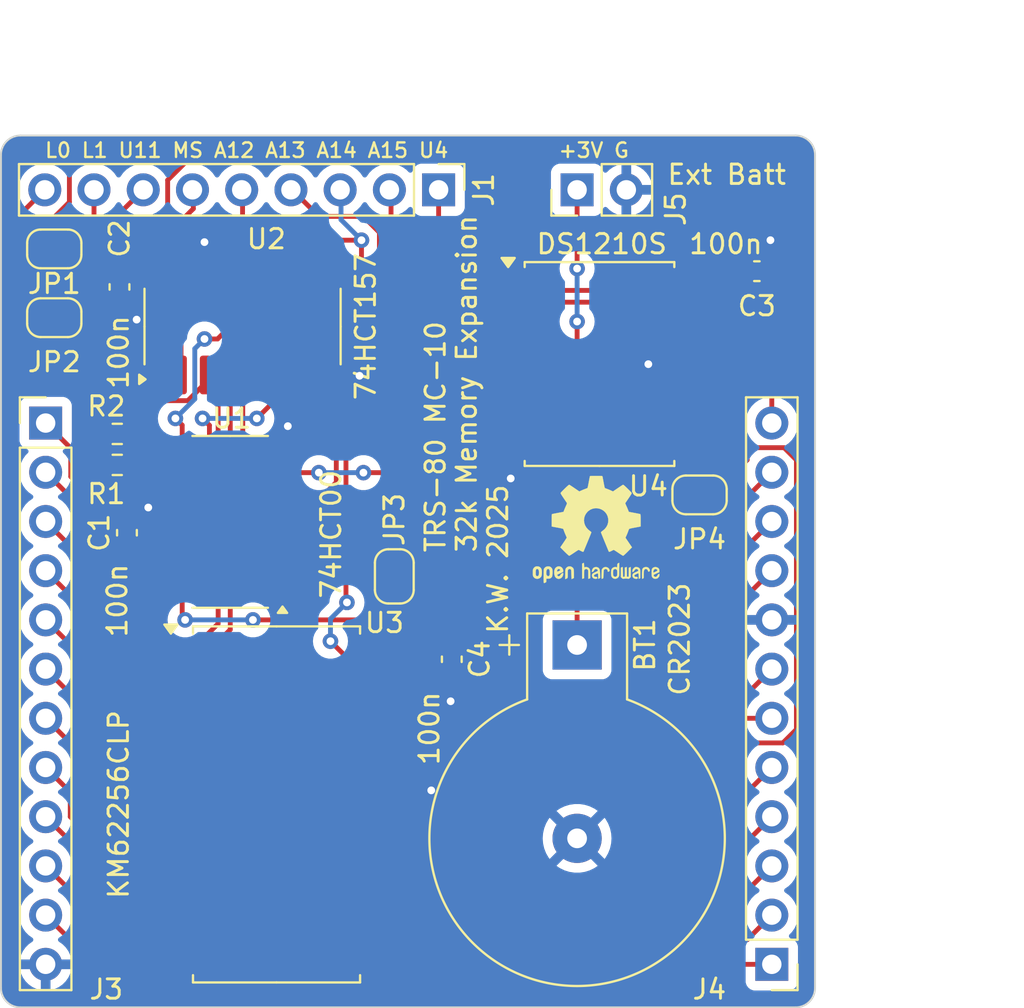
<source format=kicad_pcb>
(kicad_pcb (version 20241229) (generator "pcbnew") (generator_version "9.0")
  (title_block (title "TRS-80 MC-10 Memory Expansion") (date "2025-02-08") (rev "2.1") (company "kw"))
  (layers (0 "F.Cu" signal) (2 "B.Cu" signal) (13 "F.Paste" user) (15 "B.Paste" user) (5 "F.SilkS" user "F.Silkscreen") (7 "B.SilkS" user "B.Silkscreen") (1 "F.Mask" user) (3 "B.Mask" user) (25 "Edge.Cuts" user))
  (net 0 "")
  (net 1 "/D4")
  (net 2 "/D3")
  (net 3 "GND")
  (net 4 "/D6")
  (net 5 "/A11")
  (net 6 "/D7")
  (net 7 "/A10")
  (net 8 "/D5")
  (net 9 "/A9")
  (net 10 "/D0")
  (net 11 "/A6")
  (net 12 "/A0")
  (net 13 "/D1")
  (net 14 "/A5")
  (net 15 "/A7")
  (net 16 "/A3")
  (net 17 "/A1")
  (net 18 "/A4")
  (net 19 "/A2")
  (net 20 "VCC")
  (net 21 "/NVCC")
  (net 22 "/A8")
  (net 23 "/MA14")
  (net 24 "/D2")
  (net 25 "/MA12")
  (net 26 "/MA13")
  (net 27 "/PA14MOD")
  (net 28 "/PA15")
  (net 29 "/PA14")
  (net 30 "/PA13")
  (net 31 "/~{MS}")
  (net 32 "/U11-DA12")
  (net 33 "Net-(U1-Pad3)")
  (net 34 "/PA12")
  (net 35 "Net-(BT1-+)")
  (net 36 "/~{WE}")
  (net 38 "Net-(JP4-B)")
  (net 48 "Net-(U2-I1c)")
  (net 49 "Net-(J1-Pin_8)")
  (net 50 "Net-(J1-Pin_9)")
  (footprint "Package_SO:SOP-16_3.9x9.9mm_P1.27mm" (layer "F.Cu") (at 137.465 84.858 90)
    (property "Reference" "U2")
    (property "Value" "74HCT157")
  )
  (footprint "Jumper:SolderJumper-2_P1.3mm_Open_RoundedPad1.0x1.5mm" (layer "F.Cu") (at 127.75 84.4)
    (property "Reference" "JP2")
    (property "Value" "Jumper_2_Open" (hide yes))
  )
  (footprint "Jumper:SolderJumper-2_P1.3mm_Open_RoundedPad1.0x1.5mm" (layer "F.Cu") (at 145.294 97.754 90)
    (property "Reference" "JP3")
    (property "Value" "Jumper_2_Open")
  )
  (footprint "Jumper:SolderJumper-2_P1.3mm_Open_RoundedPad1.0x1.5mm" (layer "F.Cu") (at 161.042 93.548)
    (property "Reference" "JP4")
    (property "Value" "Jumper_2_Open")
  )
  (footprint "Jumper:SolderJumper-2_P1.3mm_Open_RoundedPad1.0x1.5mm" (layer "F.Cu") (at 127.75 80.85 180)
    (property "Reference" "JP1")
    (property "Value" "Jumper_2_Open" (hide yes))
  )
  (footprint "Connector_PinHeader_2.54mm:PinHeader_1x12_P2.54mm_Vertical" (layer "F.Cu") (at 164.77 117.78 180)
    (property "Reference" "J4")
    (property "Value" "Conn_01x12" (hide yes))
  )
  (footprint "Symbol:OSHW-Logo2_7.3x6mm_SilkScreen" (layer "F.Cu") (at 155.708 95.326)
    (property "Reference" "REF**" (hide yes))
    (property "Value" "OSHW-Logo2_7.3x6mm_SilkScreen" (hide yes))
  )
  (footprint "Package_SO:SOP-28_8.4x18.16mm_P1.27mm" (layer "F.Cu") (at 139.2175 109.525)
    (property "Reference" "U3")
    (property "Value" "KM62256CLP")
  )
  (footprint "Capacitor_SMD:C_0603_1608Metric" (layer "F.Cu") (at 148.26 102.032 -90)
    (property "Reference" "C4")
    (property "Value" "100n")
  )
  (footprint "Connector_PinHeader_2.54mm:PinHeader_1x09_P2.54mm_Vertical" (layer "F.Cu") (at 147.58 77.8 -90)
    (property "Reference" "J1")
    (property "Value" "Conn_01x09_Pin" (hide yes))
  )
  (footprint "Package_SO:SOIC-16W_7.5x10.3mm_P1.27mm" (layer "F.Cu") (at 155.88 86.792)
    (property "Reference" "U4")
    (property "Value" "DS1210S")
  )
  (footprint "Connector_PinHeader_2.54mm:PinHeader_1x12_P2.54mm_Vertical" (layer "F.Cu") (at 127.305 89.84)
    (property "Reference" "J3")
    (property "Value" "Conn_01x12" (hide yes))
  )
  (footprint "Resistor_SMD:R_0603_1608Metric" (layer "F.Cu") (at 131 90.4 180)
    (property "Reference" "R2")
    (property "Value" "10k")
  )
  (footprint "Connector_PinHeader_2.54mm:PinHeader_1x02_P2.54mm_Vertical" (layer "F.Cu") (at 154.725 77.8 90)
    (property "Reference" "J5")
    (property "Value" "Conn_01x02_Pin" (hide yes))
  )
  (footprint "Battery:BatteryHolder_Keystone_500" (layer "F.Cu") (at 154.725 101.295 -90)
    (property "Reference" "BT1")
    (property "Value" "3.0V")
  )
  (footprint "Package_SO:SO-14_3.9x8.65mm_P1.27mm" (layer "F.Cu") (at 136.825 94.94 180)
    (property "Reference" "U1")
    (property "Value" "74HCT00")
  )
  (footprint "Resistor_SMD:R_0603_1608Metric" (layer "F.Cu") (at 131 92 180)
    (property "Reference" "R1")
    (property "Value" "10k")
  )
  (footprint "Capacitor_SMD:C_0603_1608Metric" (layer "F.Cu") (at 164 82)
    (property "Reference" "C3")
    (property "Value" "100n")
  )
  (footprint "Capacitor_SMD:C_0603_1608Metric" (layer "F.Cu") (at 131.5 95.5 90)
    (property "Reference" "C1")
    (property "Value" "100n")
  )
  (footprint "Capacitor_SMD:C_0603_1608Metric" (layer "F.Cu") (at 131.115 82.813 -90)
    (property "Reference" "C2")
    (property "Value" "100n")
  )
  (gr_arc (start 126 120) (mid 125.292893 119.707107) (end 125 119) (stroke (width 0.1)) (layer "Edge.Cuts"))
  (gr_line (start 126 75) (end 166 75) (stroke (width 0.1)) (layer "Edge.Cuts"))
  (gr_line (start 166 120) (end 126 120) (stroke (width 0.1)) (layer "Edge.Cuts"))
  (gr_arc (start 167 119) (mid 166.707107 119.707107) (end 166 120) (stroke (width 0.1)) (layer "Edge.Cuts"))
  (gr_line (start 167 76) (end 167 119) (stroke (width 0.1)) (layer "Edge.Cuts"))
  (gr_arc (start 166 75) (mid 166.707107 75.292893) (end 167 76) (stroke (width 0.1)) (layer "Edge.Cuts"))
  (gr_arc (start 125 76) (mid 125.292893 75.292893) (end 126 75) (stroke (width 0.1)) (layer "Edge.Cuts"))
  (gr_line (start 125 119) (end 125 76) (stroke (width 0.1)) (layer "Edge.Cuts"))
  (gr_text "TRS-80 MC-10\n32k Memory Expansion" (at 149.612 96.596 90) (layer "F.SilkS") (effects (font (size 1 1)) (justify left bottom)))
  (gr_text "L0 L1 U11 MS A12 A13 A14 A15 U4" (at 127.2 76.2 0) (layer "F.SilkS") (effects (font (size 0.75 0.75) (thickness 0.125) (bold yes)) (justify left bottom)))
  (gr_text "K.W. 2025" (at 151.225 100.795 90) (layer "F.SilkS") (effects (font (size 1 1)) (justify left bottom)))
  (gr_text "Ext Batt" (at 159.3 77.6 0) (layer "F.SilkS") (effects (font (size 1 1)) (justify left bottom)))
  (gr_text "+3V G" (at 153.7 76.2 0) (layer "F.SilkS") (effects (font (size 0.75 0.75) (thickness 0.125) (bold yes)) (justify left bottom)))
  (gr_text "CR2023" (at 160.6 104 90) (layer "F.SilkS") (effects (font (size 1 1)) (justify left bottom)))
  (segment (start 144.78 116.51) (end 163.5 116.51) (width 0.25) (layer "F.Cu") (net 1))
  (segment (start 163.5 116.51) (end 164.77 115.24) (width 0.25) (layer "F.Cu") (net 1))
  (segment (start 144.78 117.78) (end 164.77 117.78) (width 0.25) (layer "F.Cu") (net 2))
  (segment (start 131.5 94.725) (end 131.5 94.3) (width 0.25) (layer "F.Cu") (net 3))
  (segment (start 151.23 91.237) (end 151.23 92.63) (width 0.25) (layer "F.Cu") (net 3))
  (segment (start 130.175 92) (end 130.175 90.4) (width 0.25) (layer "F.Cu") (net 3))
  (segment (start 151.23 92.63) (end 151.3 92.7) (width 0.25) (layer "F.Cu") (net 3))
  (segment (start 158.4 86.8) (end 158.4 90.5) (width 0.25) (layer "F.Cu") (net 3))
  (segment (start 130.175 92.975) (end 130.175 92) (width 0.25) (layer "F.Cu") (net 3))
  (segment (start 160.392 93.548) (end 160.392 91.375) (width 0.25) (layer "F.Cu") (net 3))
  (segment (start 164.775 82) (end 164.775 80.475) (width 0.25) (layer "F.Cu") (net 3))
  (segment (start 131.5 94.3) (end 130.175 92.975) (width 0.25) (layer "F.Cu") (net 3))
  (segment (start 143.458 87.358) (end 143.5 87.4) (width 0.25) (layer "F.Cu") (net 3))
  (segment (start 135.56 80.56) (end 135.5 80.5) (width 0.25) (layer "F.Cu") (net 3))
  (segment (start 147.11 108.89) (end 147.2 108.8) (width 0.25) (layer "F.Cu") (net 3))
  (segment (start 135.56 82.358) (end 134.29 82.358) (width 0.25) (layer "F.Cu") (net 3))
  (segment (start 158.4 86.8) (end 159.043 86.157) (width 0.25) (layer "F.Cu") (net 3))
  (segment (start 148.2 102.867) (end 148.26 102.807) (width 0.25) (layer "F.Cu") (net 3))
  (segment (start 158.4 90.5) (end 159.137 91.237) (width 0.25) (layer "F.Cu") (net 3))
  (segment (start 139.8 90.63) (end 139.3 91.13) (width 0.25) (layer "F.Cu") (net 3))
  (segment (start 132.025 94.2) (end 131.5 94.725) (width 0.25) (layer "F.Cu") (net 3))
  (segment (start 159.043 86.157) (end 160.53 86.157) (width 0.25) (layer "F.Cu") (net 3))
  (segment (start 132.6 94.2) (end 132.025 94.2) (width 0.25) (layer "F.Cu") (net 3))
  (segment (start 135.56 82.358) (end 135.56 80.56) (width 0.25) (layer "F.Cu") (net 3))
  (segment (start 148.2 104.2) (end 148.2 102.867) (width 0.25) (layer "F.Cu") (net 3))
  (segment (start 136.83 82.358) (end 135.56 82.358) (width 0.25) (layer "F.Cu") (net 3))
  (segment (start 160.392 91.375) (end 160.53 91.237) (width 0.25) (layer "F.Cu") (net 3))
  (segment (start 131.115 83.588) (end 131.115 83.615) (width 0.25) (layer "F.Cu") (net 3))
  (segment (start 144.78 108.89) (end 147.11 108.89) (width 0.25) (layer "F.Cu") (net 3))
  (segment (start 131.115 83.615) (end 132 84.5) (width 0.25) (layer "F.Cu") (net 3))
  (segment (start 141.91 87.358) (end 143.458 87.358) (width 0.25) (layer "F.Cu") (net 3))
  (segment (start 159.137 91.237) (end 160.53 91.237) (width 0.25) (layer "F.Cu") (net 3))
  (segment (start 164.775 80.475) (end 164.7 80.4) (width 0.25) (layer "F.Cu") (net 3))
  (segment (start 133.655 117.78) (end 127.305 117.78) (width 0.25) (layer "F.Cu") (net 3))
  (segment (start 139.8 90) (end 139.8 90.63) (width 0.25) (layer "F.Cu") (net 3))
  (via (at 148.2 104.2) (size 0.8) (drill 0.4) (layers "F.Cu" "B.Cu") (net 3))
  (via (at 158.4 86.8) (size 0.8) (drill 0.4) (layers "F.Cu" "B.Cu") (net 3))
  (via (at 132 84.5) (size 0.8) (drill 0.4) (layers "F.Cu" "B.Cu") (net 3))
  (via (at 151.3 92.7) (size 0.8) (drill 0.4) (layers "F.Cu" "B.Cu") (net 3))
  (via (at 147.2 108.8) (size 0.8) (drill 0.4) (layers "F.Cu" "B.Cu") (net 3))
  (via (at 143.5 87.4) (size 0.8) (drill 0.4) (layers "F.Cu" "B.Cu") (net 3))
  (via (at 135.5 80.5) (size 0.8) (drill 0.4) (layers "F.Cu" "B.Cu") (net 3))
  (via (at 139.8 90) (size 0.8) (drill 0.4) (layers "F.Cu" "B.Cu") (net 3))
  (via (at 164.7 80.4) (size 0.8) (drill 0.4) (layers "F.Cu" "B.Cu") (net 3))
  (via (at 132.6 94.2) (size 0.8) (drill 0.4) (layers "F.Cu" "B.Cu") (net 3))
  (segment (start 150.876 114.3) (end 160.63 114.3) (width 0.25) (layer "F.Cu") (net 4))
  (segment (start 150.546 113.97) (end 150.876 114.3) (width 0.25) (layer "F.Cu") (net 4))
  (segment (start 160.63 114.3) (end 164.77 110.16) (width 0.25) (layer "F.Cu") (net 4))
  (segment (start 144.78 113.97) (end 150.546 113.97) (width 0.25) (layer "F.Cu") (net 4))
  (segment (start 144.78 107.62) (end 143.414 107.62) (width 0.25) (layer "F.Cu") (net 5))
  (segment (start 163.445 105.08) (end 164.77 105.08) (width 0.25) (layer "F.Cu") (net 5))
  (segment (start 160.025 108.5) (end 163.445 105.08) (width 0.25) (layer "F.Cu") (net 5))
  (segment (start 150.915 110.785) (end 153.2 108.5) (width 0.25) (layer "F.Cu") (net 5))
  (segment (start 142.672 108.362) (end 142.672 109.865408) (width 0.25) (layer "F.Cu") (net 5))
  (segment (start 153.2 108.5) (end 160.025 108.5) (width 0.25) (layer "F.Cu") (net 5))
  (segment (start 143.591592 110.785) (end 150.915 110.785) (width 0.25) (layer "F.Cu") (net 5))
  (segment (start 142.672 109.865408) (end 143.591592 110.785) (width 0.25) (layer "F.Cu") (net 5))
  (segment (start 143.414 107.62) (end 142.672 108.362) (width 0.25) (layer "F.Cu") (net 5))
  (segment (start 144.78 112.7) (end 150.292 112.7) (width 0.25) (layer "F.Cu") (net 6))
  (segment (start 150.292 112.7) (end 150.992 113.4) (width 0.25) (layer "F.Cu") (net 6))
  (segment (start 150.992 113.4) (end 158.99 113.4) (width 0.25) (layer "F.Cu") (net 6))
  (segment (start 158.99 113.4) (end 164.77 107.62) (width 0.25) (layer "F.Cu") (net 6))
  (segment (start 152.63 107.8) (end 159.51 107.8) (width 0.25) (layer "F.Cu") (net 7))
  (segment (start 150.27 110.16) (end 152.63 107.8) (width 0.25) (layer "F.Cu") (net 7))
  (segment (start 144.78 110.16) (end 150.27 110.16) (width 0.25) (layer "F.Cu") (net 7))
  (segment (start 159.51 107.8) (end 164.77 102.54) (width 0.25) (layer "F.Cu") (net 7))
  (segment (start 162.23 115.24) (end 164.77 112.7) (width 0.25) (layer "F.Cu") (net 8))
  (segment (start 144.78 115.24) (end 162.23 115.24) (width 0.25) (layer "F.Cu") (net 8))
  (segment (start 161.468 101.524) (end 161.468 98.222) (width 0.25) (layer "F.Cu") (net 9))
  (segment (start 156.642 106.35) (end 161.468 101.524) (width 0.25) (layer "F.Cu") (net 9))
  (segment (start 161.468 98.222) (end 164.77 94.92) (width 0.25) (layer "F.Cu") (net 9))
  (segment (start 144.78 106.35) (end 156.642 106.35) (width 0.25) (layer "F.Cu") (net 9))
  (segment (start 131.115 113.97) (end 127.305 110.16) (width 0.25) (layer "F.Cu") (net 10))
  (segment (start 133.655 113.97) (end 131.115 113.97) (width 0.25) (layer "F.Cu") (net 10))
  (segment (start 132.004 105.08) (end 131.496 104.572) (width 0.25) (layer "F.Cu") (net 11))
  (segment (start 131.496 99.492) (end 129.464 97.46) (width 0.25) (layer "F.Cu") (net 11))
  (segment (start 129.464 94.539) (end 127.305 92.38) (width 0.25) (layer "F.Cu") (net 11))
  (segment (start 129.464 97.46) (end 129.464 94.539) (width 0.25) (layer "F.Cu") (net 11))
  (segment (start 131.496 104.572) (end 131.496 99.492) (width 0.25) (layer "F.Cu") (net 11))
  (segment (start 133.655 105.08) (end 132.004 105.08) (width 0.25) (layer "F.Cu") (net 11))
  (segment (start 133.655 112.7) (end 131.115 112.7) (width 0.25) (layer "F.Cu") (net 12))
  (segment (start 128.575 110.16) (end 128.575 108.89) (width 0.25) (layer "F.Cu") (net 12))
  (segment (start 128.575 108.89) (end 127.305 107.62) (width 0.25) (layer "F.Cu") (net 12))
  (segment (start 131.115 112.7) (end 128.575 110.16) (width 0.25) (layer "F.Cu") (net 12))
  (segment (start 129.845 115.24) (end 127.305 112.7) (width 0.25) (layer "F.Cu") (net 13))
  (segment (start 133.655 115.24) (end 129.845 115.24) (width 0.25) (layer "F.Cu") (net 13))
  (segment (start 130.988 105.588) (end 130.988 100) (width 0.25) (layer "F.Cu") (net 14))
  (segment (start 133.655 106.35) (end 131.75 106.35) (width 0.25) (layer "F.Cu") (net 14))
  (segment (start 128.956 96.571) (end 127.305 94.92) (width 0.25) (layer "F.Cu") (net 14))
  (segment (start 131.75 106.35) (end 130.988 105.588) (width 0.25) (layer "F.Cu") (net 14))
  (segment (start 128.956 97.968) (end 128.956 96.571) (width 0.25) (layer "F.Cu") (net 14))
  (segment (start 130.988 100) (end 128.956 97.968) (width 0.25) (layer "F.Cu") (net 14))
  (segment (start 129.972 97.331604) (end 129.972 93.972) (width 0.25) (layer "F.Cu") (net 15))
  (segment (start 128.6 92.6) (end 128.6 91.135) (width 0.25) (layer "F.Cu") (net 15))
  (segment (start 129.972 93.972) (end 128.6 92.6) (width 0.25) (layer "F.Cu") (net 15))
  (segment (start 128.6 91.135) (end 127.305 89.84) (width 0.25) (layer "F.Cu") (net 15))
  (segment (start 133.655 103.81) (end 132.258 103.81) (width 0.25) (layer "F.Cu") (net 15))
  (segment (start 132.004 103.556) (end 132.004 99.363604) (width 0.25) (layer "F.Cu") (net 15))
  (segment (start 132.004 99.363604) (end 129.972 97.331604) (width 0.25) (layer "F.Cu") (net 15))
  (segment (start 132.258 103.81) (end 132.004 103.556) (width 0.25) (layer "F.Cu") (net 15))
  (segment (start 129.972 102.667) (end 127.305 100) (width 0.25) (layer "F.Cu") (net 16))
  (segment (start 131.115 108.89) (end 129.972 107.747) (width 0.25) (layer "F.Cu") (net 16))
  (segment (start 129.972 107.747) (end 129.972 102.667) (width 0.25) (layer "F.Cu") (net 16))
  (segment (start 133.655 108.89) (end 131.115 108.89) (width 0.25) (layer "F.Cu") (net 16))
  (segment (start 129.025 106.8) (end 127.305 105.08) (width 0.25) (layer "F.Cu") (net 17))
  (segment (start 133.655 111.43) (end 131.115 111.43) (width 0.25) (layer "F.Cu") (net 17))
  (segment (start 129.025 109.34) (end 129.025 106.8) (width 0.25) (layer "F.Cu") (net 17))
  (segment (start 131.115 111.43) (end 129.025 109.34) (width 0.25) (layer "F.Cu") (net 17))
  (segment (start 130.988 107.62) (end 130.48 107.112) (width 0.25) (layer "F.Cu") (net 18))
  (segment (start 130.48 100.635) (end 127.305 97.46) (width 0.25) (layer "F.Cu") (net 18))
  (segment (start 130.48 107.112) (end 130.48 100.635) (width 0.25) (layer "F.Cu") (net 18))
  (segment (start 133.655 107.62) (end 130.988 107.62) (width 0.25) (layer "F.Cu") (net 18))
  (segment (start 131.115 110.16) (end 129.475 108.52) (width 0.25) (layer "F.Cu") (net 19))
  (segment (start 129.475 108.52) (end 129.475 104.71) (width 0.25) (layer "F.Cu") (net 19))
  (segment (start 133.655 110.16) (end 131.115 110.16) (width 0.25) (layer "F.Cu") (net 19))
  (segment (start 129.475 104.71) (end 127.305 102.54) (width 0.25) (layer "F.Cu") (net 19))
  (segment (start 144 97.104) (end 144 99.4) (width 0.25) (layer "F.Cu") (net 20))
  (segment (start 133.02 82.358) (end 133.02 79.28) (width 0.25) (layer "F.Cu") (net 20))
  (segment (start 127.1 80.85) (end 127.1 79.865) (width 0.25) (layer "F.Cu") (net 20))
  (segment (start 133.6 78.7) (end 133.6 77.3) (width 0.25) (layer "F.Cu") (net 20))
  (segment (start 134.730908 96.21) (end 135.65 95.290908) (width 0.25) (layer "F.Cu") (net 20))
  (segment (start 163.225 83.542) (end 163.3 83.617) (width 0.25) (layer "F.Cu") (net 20))
  (segment (start 160.53 83.617) (end 159.905 82.992) (width 0.25) (layer "F.Cu") (net 20))
  (segment (start 131.5 96.275) (end 134.285 96.275) (width 0.25) (layer "F.Cu") (net 20))
  (segment (start 149.52 82.992) (end 149.276 83.236) (width 0.25) (layer "F.Cu") (net 20))
  (segment (start 128.4 83.2) (end 127.1 81.9) (width 0.25) (layer "F.Cu") (net 20))
  (segment (start 132.7 82.038) (end 133.02 82.358) (width 0.25) (layer "F.Cu") (net 20))
  (segment (start 131.115 82.038) (end 132.7 82.038) (width 0.25) (layer "F.Cu") (net 20))
  (segment (start 149.797 88.697) (end 150.205001 88.697) (width 0.25) (layer "F.Cu") (net 20))
  (segment (start 149.276 83.236) (end 149.276 88.176) (width 0.25) (layer "F.Cu") (net 20))
  (segment (start 135.65 94.572) (end 134.748 93.67) (width 0.25) (layer "F.Cu") (net 20))
  (segment (start 128.53 76.969149) (end 129.199149 76.3) (width 0.25) (layer "F.Cu") (net 20))
  (segment (start 159.905 82.992) (end 149.52 82.992) (width 0.25) (layer "F.Cu") (net 20))
  (segment (start 150.205001 88.697) (end 149.903 88.697) (width 0.25) (layer "F.Cu") (net 20))
  (segment (start 134.285 96.275) (end 134.35 96.21) (width 0.25) (layer "F.Cu") (net 20))
  (segment (start 135.65 95.290908) (end 135.65 94.572) (width 0.25) (layer "F.Cu") (net 20))
  (segment (start 134.35 97.48) (end 134.35 98.75) (width 0.25) (layer "F.Cu") (net 20))
  (segment (start 163.2 81.975) (end 163.225 82) (width 0.25) (layer "F.Cu") (net 20))
  (segment (start 143.4 100) (end 138 100) (width 0.25) (layer "F.Cu") (net 20))
  (segment (start 163.2 80.4) (end 163.2 81.975) (width 0.25) (layer "F.Cu") (net 20))
  (segment (start 144 99.4) (end 143.4 100) (width 0.25) (layer "F.Cu") (net 20))
  (segment (start 129.199149 76.3) (end 134.6 76.3) (width 0.25) (layer "F.Cu") (net 20))
  (segment (start 159.1 76.3) (end 163.2 80.4) (width 0.25) (layer "F.Cu") (net 20))
  (segment (start 164.77 89.84) (end 164.77 84.265) (width 0.25) (layer "F.Cu") (net 20))
  (segment (start 127.1 81.9) (end 127.1 80.85) (width 0.25) (layer "F.Cu") (net 20))
  (segment (start 134.748 93.67) (end 134.35 93.67) (width 0.25) (layer "F.Cu") (net 20))
  (segment (start 134.35 98.75) (end 134.35 99.85) (width 0.25) (layer "F.Cu") (net 20))
  (segment (start 133.02 79.28) (end 133.6 78.7) (width 0.25) (layer "F.Cu") (net 20))
  (segment (start 134.35 99.85) (end 134.5 100) (width 0.25) (layer "F.Cu") (net 20))
  (segment (start 149.276 88.176) (end 149.797 88.697) (width 0.25) (layer "F.Cu") (net 20))
  (segment (start 128.53 78.435) (end 128.53 76.969149) (width 0.25) (layer "F.Cu") (net 20))
  (segment (start 149.903 88.697) (end 144 94.6) (width 0.25) (layer "F.Cu") (net 20))
  (segment (start 164.122 83.617) (end 163.3 83.617) (width 0.25) (layer "F.Cu") (net 20))
  (segment (start 163.3 83.617) (end 160.53 83.617) (width 0.25) (layer "F.Cu") (net 20))
  (segment (start 134.35 96.21) (end 134.730908 96.21) (width 0.25) (layer "F.Cu") (net 20))
  (segment (start 133.6 77.3) (end 134.6 76.3) (width 0.25) (layer "F.Cu") (net 20))
  (segment (start 128.4 84.4) (end 128.4 83.2) (width 0.25) (layer "F.Cu") (net 20))
  (segment (start 164.77 84.265) (end 164.122 83.617) (width 0.25) (layer "F.Cu") (net 20))
  (segment (start 134.6 76.3) (end 159.1 76.3) (width 0.25) (layer "F.Cu") (net 20))
  (segment (start 144 94.6) (end 144 97.104) (width 0.25) (layer "F.Cu") (net 20))
  (segment (start 127.1 79.865) (end 128.53 78.435) (width 0.25) (layer "F.Cu") (net 20))
  (segment (start 163.225 82) (end 163.225 83.542) (width 0.25) (layer "F.Cu") (net 20))
  (segment (start 150.205001 88.697) (end 151.23 88.697) (width 0.25) (layer "F.Cu") (net 20))
  (segment (start 134.35 96.21) (end 134.35 97.48) (width 0.25) (layer "F.Cu") (net 20))
  (segment (start 145.294 97.104) (end 144 97.104) (width 0.25) (layer "F.Cu") (net 20))
  (via (at 138 100) (size 0.8) (drill 0.4) (layers "F.Cu" "B.Cu") (net 20))
  (via (at 134.5 100) (size 0.8) (drill 0.4) (layers "F.Cu" "B.Cu") (net 20))
  (segment (start 134.5 100) (end 138 100) (width 0.25) (layer "B.Cu") (net 20))
  (segment (start 153.23 83.6) (end 153.213 83.617) (width 0.25) (layer "F.Cu") (net 21))
  (segment (start 156.896 103.048) (end 156.896 84.796) (width 0.25) (layer "F.Cu") (net 21))
  (segment (start 148.26 101.257) (end 151.067 104.064) (width 0.25) (layer "F.Cu") (net 21))
  (segment (start 145.294 98.404) (end 144.78 98.918) (width 0.25) (layer "F.Cu") (net 21))
  (segment (start 156.896 84.796) (end 155.7 83.6) (width 0.25) (layer "F.Cu") (net 21))
  (segment (start 153.213 83.617) (end 151.23 83.617) (width 0.25) (layer "F.Cu") (net 21))
  (segment (start 144.78 101.27) (end 145.466 101.27) (width 0.25) (layer "F.Cu") (net 21))
  (segment (start 151.067 104.064) (end 155.88 104.064) (width 0.25) (layer "F.Cu") (net 21))
  (segment (start 145.479 101.257) (end 148.26 101.257) (width 0.25) (layer "F.Cu") (net 21))
  (segment (start 144.78 98.918) (end 144.78 101.27) (width 0.25) (layer "F.Cu") (net 21))
  (segment (start 145.466 101.27) (end 145.479 101.257) (width 0.25) (layer "F.Cu") (net 21))
  (segment (start 155.7 83.6) (end 153.23 83.6) (width 0.25) (layer "F.Cu") (net 21))
  (segment (start 155.88 104.064) (end 156.896 103.048) (width 0.25) (layer "F.Cu") (net 21))
  (segment (start 160.625 100.843) (end 160.625 96.525) (width 0.25) (layer "F.Cu") (net 22))
  (segment (start 156.388 105.08) (end 160.625 100.843) (width 0.25) (layer "F.Cu") (net 22))
  (segment (start 144.78 105.08) (end 156.388 105.08) (width 0.25) (layer "F.Cu") (net 22))
  (segment (start 160.625 96.525) (end 164.77 92.38) (width 0.25) (layer "F.Cu") (net 22))
  (segment (start 133.655 101.27) (end 135.13 101.27) (width 0.25) (layer "F.Cu") (net 23))
  (segment (start 141.35 84.15) (end 141.91 83.59) (width 0.25) (layer "F.Cu") (net 23))
  (segment (start 136.205 100.195) (end 136.205 86.307092) (width 0.25) (layer "F.Cu") (net 23))
  (segment (start 136.205 86.307092) (end 138.362092 84.15) (width 0.25) (layer "F.Cu") (net 23))
  (segment (start 135.13 101.27) (end 136.205 100.195) (width 0.25) (layer "F.Cu") (net 23))
  (segment (start 138.362092 84.15) (end 141.35 84.15) (width 0.25) (layer "F.Cu") (net 23))
  (segment (start 141.91 83.59) (end 141.91 82.358) (width 0.25) (layer "F.Cu") (net 23))
  (segment (start 128.575 116.51) (end 127.305 115.24) (width 0.25) (layer "F.Cu") (net 24))
  (segment (start 133.655 116.51) (end 128.575 116.51) (width 0.25) (layer "F.Cu") (net 24))
  (segment (start 134.792499 102.54) (end 133.655 102.54) (width 0.25) (layer "F.Cu") (net 25))
  (segment (start 136.83 87.358) (end 136.83 100.502499) (width 0.25) (layer "F.Cu") (net 25))
  (segment (start 136.83 100.502499) (end 134.792499 102.54) (width 0.25) (layer "F.Cu") (net 25))
  (segment (start 142.8 90.7) (end 140.64 88.54) (width 0.25) (layer "F.Cu") (net 26))
  (segment (start 142.815 101.915) (end 146.293704 101.915) (width 0.25) (layer "F.Cu") (net 26))
  (segment (start 146.293704 101.915) (end 146.736 102.357296) (width 0.25) (layer "F.Cu") (net 26))
  (segment (start 142.85 99.1) (end 142.8 99.05) (width 0.25) (layer "F.Cu") (net 26))
  (segment (start 146.453749 103.81) (end 144.78 103.81) (width 0.25) (layer "F.Cu") (net 26))
  (segment (start 146.736 102.357296) (end 146.736 103.527749) (width 0.25) (layer "F.Cu") (net 26))
  (segment (start 140.64 88.54) (end 140.64 87.358) (width 0.25) (layer "F.Cu") (net 26))
  (segment (start 142.8 99.05) (end 142.8 90.7) (width 0.25) (layer "F.Cu") (net 26))
  (segment (start 146.736 103.527749) (end 146.453749 103.81) (width 0.25) (layer "F.Cu") (net 26))
  (segment (start 142 101.1) (end 142.815 101.915) (width 0.25) (layer "F.Cu") (net 26))
  (via (at 142 101.1) (size 0.8) (drill 0.4) (layers "F.Cu" "B.Cu") (net 26))
  (via (at 142.85 99.1) (size 0.8) (drill 0.4) (layers "F.Cu" "B.Cu") (net 26))
  (segment (start 142 99.95) (end 142 101.1) (width 0.25) (layer "B.Cu") (net 26))
  (segment (start 142.85 99.1) (end 142 99.95) (width 0.25) (layer "B.Cu") (net 26))
  (segment (start 143.7 92.4) (end 144.7 92.4) (width 0.25) (layer "F.Cu") (net 27))
  (segment (start 139.3 92.4) (end 141.4 92.4) (width 0.25) (layer "F.Cu") (net 27))
  (segment (start 147.58 89.52) (end 147.58 77.8) (width 0.25) (layer "F.Cu") (net 27))
  (segment (start 144.7 92.4) (end 147.58 89.52) (width 0.25) (layer "F.Cu") (net 27))
  (via (at 141.4 92.4) (size 0.8) (drill 0.4) (layers "F.Cu" "B.Cu") (net 27))
  (via (at 143.7 92.4) (size 0.8) (drill 0.4) (layers "F.Cu" "B.Cu") (net 27))
  (segment (start 141.4 92.4) (end 143.7 92.4) (width 0.25) (layer "B.Cu") (net 27))
  (segment (start 140.015 86.11) (end 140.525 85.6) (width 0.25) (layer "F.Cu") (net 28))
  (segment (start 140.525 85.6) (end 143.725 85.6) (width 0.25) (layer "F.Cu") (net 28))
  (segment (start 143.725 85.6) (end 145.125 84.2) (width 0.25) (layer "F.Cu") (net 28))
  (segment (start 145.125 84.2) (end 145.125 77.815) (width 0.25) (layer "F.Cu") (net 28))
  (segment (start 142.3 92.9) (end 142.3 90.9) (width 0.25) (layer "F.Cu") (net 28))
  (segment (start 140.015 88.615) (end 140.015 86.11) (width 0.25) (layer "F.Cu") (net 28))
  (segment (start 142.3 90.9) (end 140.015 88.615) (width 0.25) (layer "F.Cu") (net 28))
  (segment (start 138.543 93.65) (end 139.517999 93.65) (width 0.25) (layer "F.Cu") (net 28))
  (segment (start 139.3 93.67) (end 141.53 93.67) (width 0.25) (layer "F.Cu") (net 28))
  (segment (start 141.53 93.67) (end 142.3 92.9) (width 0.25) (layer "F.Cu") (net 28))
  (segment (start 145.125 77.815) (end 145.085 77.775) (width 0.25) (layer "F.Cu") (net 28))
  (segment (start 143.6 80.4) (end 143.6 83.425) (width 0.25) (layer "F.Cu") (net 29))
  (segment (start 137.86 97.46) (end 139.3 97.46) (width 0.25) (layer "F.Cu") (net 29))
  (segment (start 139.37 81.13) (end 139.37 82.358) (width 0.25) (layer "F.Cu") (net 29))
  (segment (start 137.475 97.075) (end 137.86 97.46) (width 0.25) (layer "F.Cu") (net 29))
  (segment (start 138.625 84.6) (end 137.475 85.75) (width 0.25) (layer "F.Cu") (net 29))
  (segment (start 142.425 84.6) (end 138.625 84.6) (width 0.25) (layer "F.Cu") (net 29))
  (segment (start 140.1 80.4) (end 139.37 81.13) (width 0.25) (layer "F.Cu") (net 29))
  (segment (start 143.6 83.425) (end 142.425 84.6) (width 0.25) (layer "F.Cu") (net 29))
  (segment (start 139.3 97.46) (end 139.3 98.75) (width 0.25) (layer "F.Cu") (net 29))
  (segment (start 143.6 80.4) (end 140.1 80.4) (width 0.25) (layer "F.Cu") (net 29))
  (segment (start 137.475 85.75) (end 137.475 97.075) (width 0.25) (layer "F.Cu") (net 29))
  (via (at 143.6 80.4) (size 0.8) (drill 0.4) (layers "F.Cu" "B.Cu") (net 29))
  (segment (start 143.6 80.4) (end 142.545 79.345) (width 0.25) (layer "B.Cu") (net 29))
  (segment (start 142.545 79.345) (end 142.545 77.775) (width 0.25) (layer "B.Cu") (net 29))
  (segment (start 138.1 86.025) (end 139.025 85.1) (width 0.25) (layer "F.Cu") (net 30))
  (segment (start 144.525 83.9) (end 144.525 80) (width 0.25) (layer "F.Cu") (net 30))
  (segment (start 141.402 79.172) (end 140.005 77.775) (width 0.25) (layer "F.Cu") (net 30))
  (segment (start 143.325 85.1) (end 144.525 83.9) (width 0.25) (layer "F.Cu") (net 30))
  (segment (start 138.1 87.358) (end 138.1 86.025) (width 0.25) (layer "F.Cu") (net 30))
  (segment (start 139.025 85.1) (end 143.325 85.1) (width 0.25) (layer "F.Cu") (net 30))
  (segment (start 144.525 80) (end 143.697 79.172) (width 0.25) (layer "F.Cu") (net 30))
  (segment (start 143.697 79.172) (end 141.402 79.172) (width 0.25) (layer "F.Cu") (net 30))
  (segment (start 133.02 85.776) (end 133.645 85.151) (width 0.25) (layer "F.Cu") (net 31))
  (segment (start 133.02 87.358) (end 133.02 85.776) (width 0.25) (layer "F.Cu") (net 31))
  (segment (start 133.645 80.055) (end 134.925 78.775) (width 0.25) (layer "F.Cu") (net 31))
  (segment (start 134.925 78.775) (end 134.925 77.775) (width 0.25) (layer "F.Cu") (net 31))
  (segment (start 133.645 85.151) (end 133.645 80.055) (width 0.25) (layer "F.Cu") (net 31))
  (segment (start 134.640908 88.683) (end 132.669092 88.683) (width 0.25) (layer "F.Cu") (net 32))
  (segment (start 135.56 87.358) (end 135.56 87.763908) (width 0.25) (layer "F.Cu") (net 32))
  (segment (start 130.2 79.94) (end 132.34 77.8) (width 0.25) (layer "F.Cu") (net 32))
  (segment (start 132.669092 88.683) (end 130.2 86.213908) (width 0.25) (layer "F.Cu") (net 32))
  (segment (start 135.56 87.763908) (end 134.640908 88.683) (width 0.25) (layer "F.Cu") (net 32))
  (segment (start 130.2 86.213908) (end 130.2 79.94) (width 0.25) (layer "F.Cu") (net 32))
  (segment (start 139.3 94.94) (end 139.3 96.21) (width 0.25) (layer "F.Cu") (net 33))
  (segment (start 134.29 85.21) (end 135.132 84.368) (width 0.25) (layer "F.Cu") (net 34))
  (segment (start 134.29 87.358) (end 134.29 85.21) (width 0.25) (layer "F.Cu") (net 34))
  (segment (start 137.465 83.535) (end 137.465 77.775) (width 0.25) (layer "F.Cu") (net 34))
  (segment (start 136.632 84.368) (end 137.465 83.535) (width 0.25) (layer "F.Cu") (net 34))
  (segment (start 135.132 84.368) (end 136.632 84.368) (width 0.25) (layer "F.Cu") (net 34))
  (segment (start 154.725 86.2) (end 154.725 84.6) (width 0.25) (layer "F.Cu") (net 35))
  (segment (start 154.725 101.295) (end 154.725 86.2) (width 0.25) (layer "F.Cu") (net 35))
  (segment (start 154.725 77.8) (end 154.725 81.864) (width 0.25) (layer "F.Cu") (net 35))
  (segment (start 154.725 86.2) (end 154.682 86.157) (width 0.25) (layer "F.Cu") (net 35))
  (segment (start 154.682 86.157) (end 151.23 86.157) (width 0.25) (layer "F.Cu") (net 35))
  (via (at 154.725 84.6) (size 0.8) (drill 0.4) (layers "F.Cu" "B.Cu") (net 35))
  (via (at 154.725 81.864) (size 0.8) (drill 0.4) (layers "F.Cu" "B.Cu") (net 35))
  (segment (start 154.725 84.6) (end 154.725 81.864) (width 0.25) (layer "B.Cu") (net 35))
  (segment (start 143.18 102.54) (end 142.672 103.048) (width 0.25) (layer "F.Cu") (net 36))
  (segment (start 143.611592 106.995) (end 157.521 106.995) (width 0.25) (layer "F.Cu") (net 36))
  (segment (start 157.521 106.995) (end 162.484 102.032) (width 0.25) (layer "F.Cu") (net 36))
  (segment (start 142.672 103.048) (end 142.672 106.055408) (width 0.25) (layer "F.Cu") (net 36))
  (segment (start 162.484 102.032) (end 162.484 99.746) (width 0.25) (layer "F.Cu") (net 36))
  (segment (start 162.484 99.746) (end 164.77 97.46) (width 0.25) (layer "F.Cu") (net 36))
  (segment (start 142.672 106.055408) (end 143.611592 106.995) (width 0.25) (layer "F.Cu") (net 36))
  (segment (start 144.78 102.54) (end 143.18 102.54) (width 0.25) (layer "F.Cu") (net 36))
  (segment (start 163.675 106.35) (end 165.3415 106.35) (width 0.25) (layer "F.Cu") (net 38))
  (segment (start 165.405 91.11) (end 163.5 91.11) (width 0.25) (layer "F.Cu") (net 38))
  (segment (start 161.849 88.697) (end 160.53 88.697) (width 0.25) (layer "F.Cu") (net 38))
  (segment (start 166.04 91.745) (end 165.405 91.11) (width 0.25) (layer "F.Cu") (net 38))
  (segment (start 163.5 91.11) (end 162.484 90.094) (width 0.25) (layer "F.Cu") (net 38))
  (segment (start 161.692 93.548) (end 163.5 91.74) (width 0.25) (layer "F.Cu") (net 38))
  (segment (start 153.848 109.144) (end 160.881 109.144) (width 0.25) (layer "F.Cu") (net 38))
  (segment (start 162.484 89.332) (end 161.849 88.697) (width 0.25) (layer "F.Cu") (net 38))
  (segment (start 151.562 111.43) (end 153.848 109.144) (width 0.25) (layer "F.Cu") (net 38))
  (segment (start 165.3415 106.35) (end 166.04 105.6515) (width 0.25) (layer "F.Cu") (net 38))
  (segment (start 166.04 105.6515) (end 166.04 91.745) (width 0.25) (layer "F.Cu") (net 38))
  (segment (start 160.881 109.144) (end 163.675 106.35) (width 0.25) (layer "F.Cu") (net 38))
  (segment (start 163.5 91.74) (end 163.5 91.11) (width 0.25) (layer "F.Cu") (net 38))
  (segment (start 144.78 111.43) (end 151.562 111.43) (width 0.25) (layer "F.Cu") (net 38))
  (segment (start 162.484 90.094) (end 162.484 89.332) (width 0.25) (layer "F.Cu") (net 38))
  (segment (start 136.175 85.5) (end 135.5 85.5) (width 0.25) (layer "F.Cu") (net 48))
  (segment (start 139.995 83.408908) (end 139.703908 83.7) (width 0.25) (layer "F.Cu") (net 48))
  (segment (start 137.975 83.7) (end 136.175 85.5) (width 0.25) (layer "F.Cu") (net 48))
  (segment (start 134 89.6) (end 134.35 89.95) (width 0.25) (layer "F.Cu") (net 48))
  (segment (start 140.64 82.358) (end 139.995 83.003) (width 0.25) (layer "F.Cu") (net 48))
  (segment (start 139.995 83.003) (end 139.995 83.408908) (width 0.25) (layer "F.Cu") (net 48))
  (segment (start 139.703908 83.7) (end 137.975 83.7) (width 0.25) (layer "F.Cu") (net 48))
  (segment (start 134.35 89.95) (end 134.35 91.13) (width 0.25) (layer "F.Cu") (net 48))
  (via (at 134 89.6) (size 0.8) (drill 0.4) (layers "F.Cu" "B.Cu") (net 48))
  (via (at 135.5 85.5) (size 0.8) (drill 0.4) (layers "F.Cu" "B.Cu") (net 48))
  (segment (start 135 86) (end 135.5 85.5) (width 0.25) (layer "B.Cu") (net 48))
  (segment (start 135 88.6) (end 135 86) (width 0.25) (layer "B.Cu") (net 48))
  (segment (start 134 89.6) (end 135 88.6) (width 0.25) (layer "B.Cu") (net 48))
  (segment (start 132.8 90) (end 132.8 91.025) (width 0.25) (layer "F.Cu") (net 49))
  (segment (start 132.8 91.025) (end 132.6 91.225) (width 0.25) (layer "F.Cu") (net 49))
  (segment (start 129.4 80.8) (end 129.4 86.6) (width 0.25) (layer "F.Cu") (net 49))
  (segment (start 129.4 79.724) (end 129.4 80.8) (width 0.25) (layer "F.Cu") (net 49))
  (segment (start 129.35 80.85) (end 129.4 80.8) (width 0.25) (layer "F.Cu") (net 49))
  (segment (start 129.4 86.6) (end 132.8 90) (width 0.25) (layer "F.Cu") (net 49))
  (segment (start 128.4 80.85) (end 129.35 80.85) (width 0.25) (layer "F.Cu") (net 49))
  (segment (start 132.6 91.225) (end 131.825 92) (width 0.25) (layer "F.Cu") (net 49))
  (segment (start 132.6 91.225) (end 133.775 92.4) (width 0.25) (layer "F.Cu") (net 49))
  (segment (start 129.8 77.8) (end 129.8 79.324) (width 0.25) (layer "F.Cu") (net 49))
  (segment (start 133.775 92.4) (end 134.35 92.4) (width 0.25) (layer "F.Cu") (net 49))
  (segment (start 129.8 79.324) (end 129.4 79.724) (width 0.25) (layer "F.Cu") (net 49))
  (segment (start 131 90.4) (end 131.825 90.4) (width 0.25) (layer "F.Cu") (net 50))
  (segment (start 131 90.4) (end 131 92.6) (width 0.25) (layer "F.Cu") (net 50))
  (segment (start 126 79.06) (end 126 84.4) (width 0.25) (layer "F.Cu") (net 50))
  (segment (start 131 90.001996) (end 131 90.4) (width 0.25) (layer "F.Cu") (net 50))
  (segment (start 135.755 92.645908) (end 135.755 89.955) (width 0.25) (layer "F.Cu") (net 50))
  (segment (start 139.37 88.43) (end 139.37 87.358) (width 0.25) (layer "F.Cu") (net 50))
  (segment (start 135.375908 93.025) (end 135.755 92.645908) (width 0.25) (layer "F.Cu") (net 50))
  (segment (start 126 85.001996) (end 131 90.001996) (width 0.25) (layer "F.Cu") (net 50))
  (segment (start 131.425 93.025) (end 135.375908 93.025) (width 0.25) (layer "F.Cu") (net 50))
  (segment (start 127.1 84.4) (end 126 84.4) (width 0.25) (layer "F.Cu") (net 50))
  (segment (start 127.26 77.8) (end 126 79.06) (width 0.25) (layer "F.Cu") (net 50))
  (segment (start 126 84.4) (end 126 85.001996) (width 0.25) (layer "F.Cu") (net 50))
  (segment (start 135.755 89.955) (end 135.4 89.6) (width 0.25) (layer "F.Cu") (net 50))
  (segment (start 131 92.6) (end 131.425 93.025) (width 0.25) (layer "F.Cu") (net 50))
  (segment (start 138.2 89.6) (end 139.37 88.43) (width 0.25) (layer "F.Cu") (net 50))
  (via (at 138.2 89.6) (size 0.8) (drill 0.4) (layers "F.Cu" "B.Cu") (net 50))
  (via (at 135.4 89.6) (size 0.8) (drill 0.4) (layers "F.Cu" "B.Cu") (net 50))
  (segment (start 138.2 89.6) (end 135.4 89.6) (width 0.25) (layer "B.Cu") (net 50))
  (zone (net 3) (net_name "GND") (layer "B.Cu") (connect_pads (clearance 0.5)) (min_thickness 0.25) (fill yes (thermal_gap 0.5) (thermal_bridge_width 0.5))
    (polygon (pts (xy 125 75) (xy 167 75) (xy 167 120) (xy 125 120)))
  )
)
</source>
